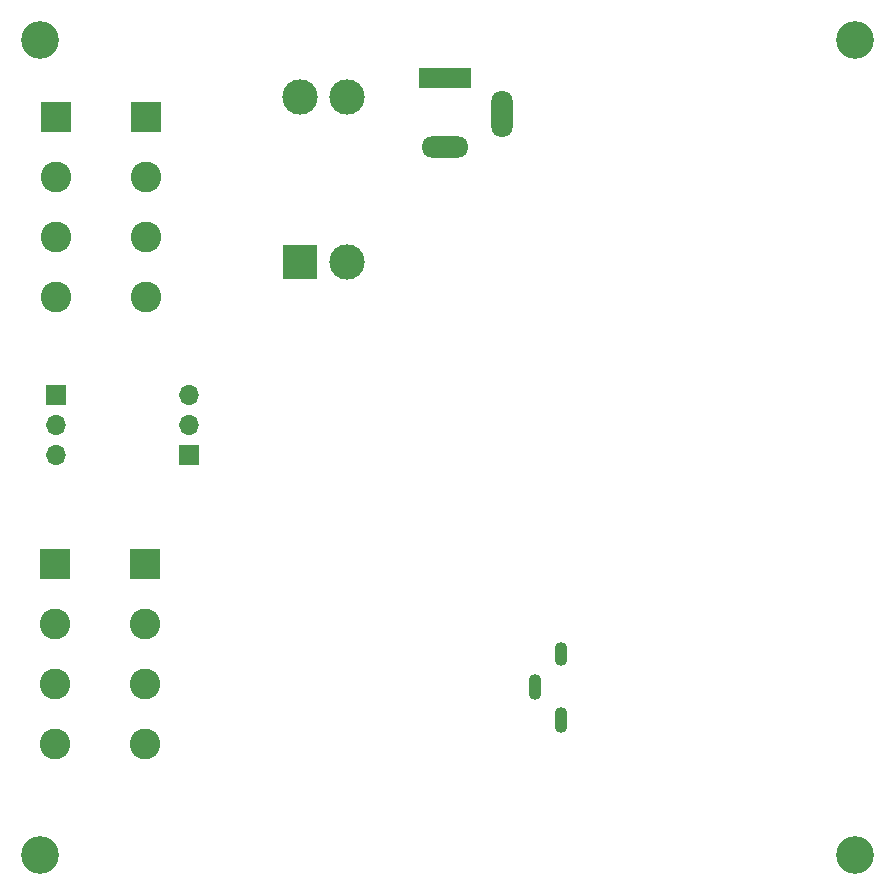
<source format=gbr>
%TF.GenerationSoftware,KiCad,Pcbnew,7.0.9*%
%TF.CreationDate,2023-11-24T07:46:00-06:00*%
%TF.ProjectId,TM13,544d3133-2e6b-4696-9361-645f70636258,rev?*%
%TF.SameCoordinates,Original*%
%TF.FileFunction,Soldermask,Bot*%
%TF.FilePolarity,Negative*%
%FSLAX46Y46*%
G04 Gerber Fmt 4.6, Leading zero omitted, Abs format (unit mm)*
G04 Created by KiCad (PCBNEW 7.0.9) date 2023-11-24 07:46:00*
%MOMM*%
%LPD*%
G01*
G04 APERTURE LIST*
%ADD10R,4.400000X1.800000*%
%ADD11O,4.000000X1.800000*%
%ADD12O,1.800000X4.000000*%
%ADD13R,1.700000X1.700000*%
%ADD14O,1.700000X1.700000*%
%ADD15C,3.200000*%
%ADD16R,2.600000X2.600000*%
%ADD17C,2.600000*%
%ADD18O,1.100000X2.000000*%
%ADD19O,1.100000X2.200000*%
%ADD20R,3.000000X3.000000*%
%ADD21C,3.000000*%
G04 APERTURE END LIST*
D10*
%TO.C,J4*%
X57800000Y-26750000D03*
D11*
X57800000Y-32550000D03*
D12*
X62600000Y-29750000D03*
%TD*%
D13*
%TO.C,J2*%
X24800000Y-53575000D03*
D14*
X24800000Y-56115000D03*
X24800000Y-58655000D03*
%TD*%
D15*
%TO.C,*%
X23500000Y-92500000D03*
%TD*%
D16*
%TO.C,KF2*%
X24821190Y-30015000D03*
X32441190Y-30015000D03*
D17*
X24821190Y-35095000D03*
X32441190Y-35095000D03*
X24821190Y-40175000D03*
X32441190Y-40175000D03*
X24821190Y-45255000D03*
X32441190Y-45255000D03*
%TD*%
D15*
%TO.C,*%
X92500000Y-23500000D03*
%TD*%
D18*
%TO.C,J5*%
X67560000Y-75462000D03*
D19*
X67560000Y-81062000D03*
X65410000Y-78262000D03*
%TD*%
D15*
%TO.C,*%
X92500000Y-92500000D03*
%TD*%
D13*
%TO.C,J3*%
X36100000Y-58625000D03*
D14*
X36100000Y-56085000D03*
X36100000Y-53545000D03*
%TD*%
D16*
%TO.C,KF1*%
X24735476Y-67915000D03*
X32355476Y-67915000D03*
D17*
X24735476Y-72995000D03*
X32355476Y-72995000D03*
X24735476Y-78075000D03*
X32355476Y-78075000D03*
X24735476Y-83155000D03*
X32355476Y-83155000D03*
%TD*%
D20*
%TO.C,F1*%
X45495000Y-42305000D03*
D21*
X49495000Y-42305000D03*
X45495000Y-28305000D03*
X49495000Y-28305000D03*
%TD*%
D15*
%TO.C,*%
X23500000Y-23500000D03*
%TD*%
M02*

</source>
